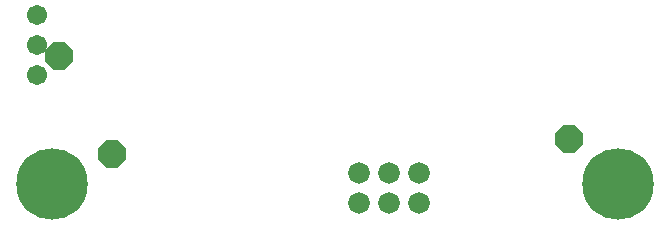
<source format=gbs>
G04 EAGLE Gerber RS-274X export*
G75*
%MOMM*%
%FSLAX34Y34*%
%LPD*%
%INBottom Soldermask*%
%IPPOS*%
%AMOC8*
5,1,8,0,0,1.08239X$1,22.5*%
G01*
%ADD10C,1.828800*%
%ADD11C,1.703200*%
%ADD12C,6.045200*%
%ADD13P,2.556822X8X22.500000*%


D10*
X320675Y44450D03*
X320675Y19050D03*
X346075Y19050D03*
X346075Y44450D03*
X295275Y44450D03*
X295275Y19050D03*
D11*
X22225Y127000D03*
X22225Y152400D03*
X22225Y177800D03*
D12*
X34925Y34925D03*
X514350Y34925D03*
D13*
X85725Y60325D03*
X41275Y142875D03*
X473075Y73025D03*
M02*

</source>
